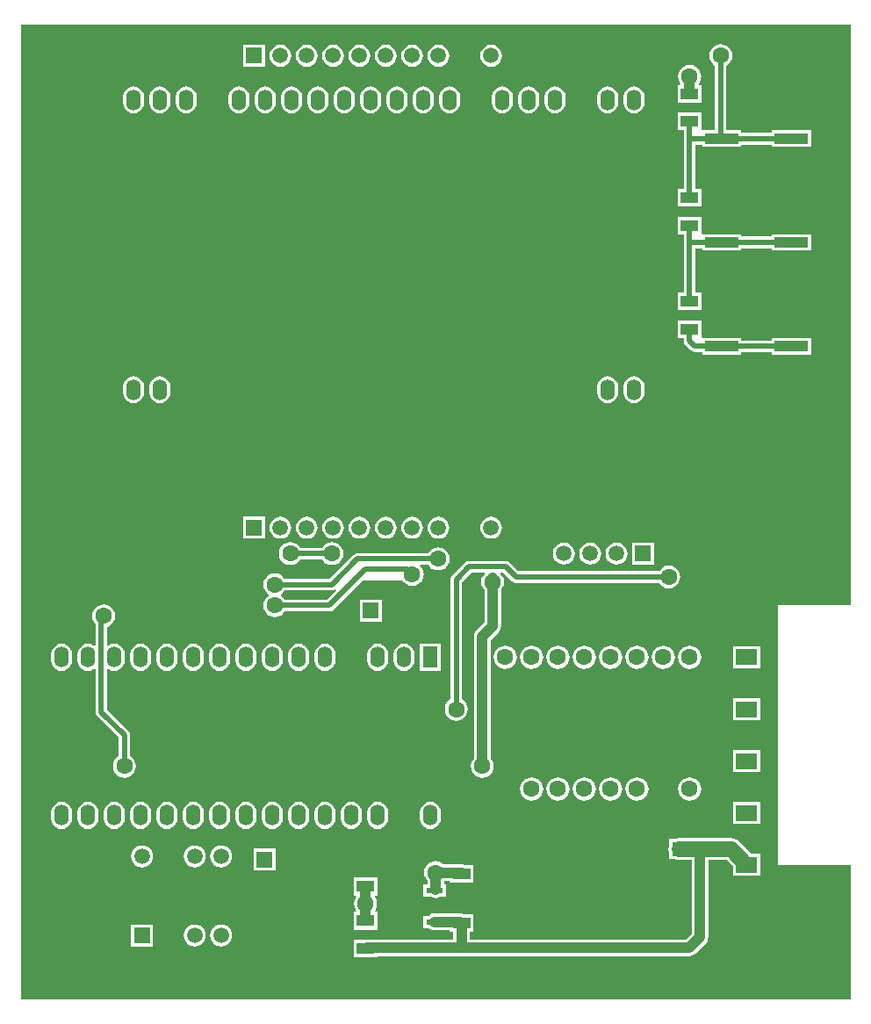
<source format=gtl>
G04 Layer_Physical_Order=1*
G04 Layer_Color=255*
%FSLAX25Y25*%
%MOIN*%
G70*
G01*
G75*
%ADD10R,0.06693X0.04331*%
%ADD11R,0.12598X0.03937*%
G04:AMPARAMS|DCode=12|XSize=78.74mil|YSize=133.86mil|CornerRadius=0mil|HoleSize=0mil|Usage=FLASHONLY|Rotation=270.000|XOffset=0mil|YOffset=0mil|HoleType=Round|Shape=Octagon|*
%AMOCTAGOND12*
4,1,8,0.06693,0.01969,0.06693,-0.01969,0.04724,-0.03937,-0.04724,-0.03937,-0.06693,-0.01969,-0.06693,0.01969,-0.04724,0.03937,0.04724,0.03937,0.06693,0.01969,0.0*
%
%ADD12OCTAGOND12*%

%ADD13R,0.06299X0.02362*%
%ADD14R,0.07874X0.02756*%
%ADD15C,0.01969*%
%ADD16C,0.03937*%
%ADD17C,0.05906*%
%ADD18C,0.05315*%
%ADD19R,0.05315X0.05315*%
%ADD20C,0.07874*%
%ADD21R,0.05906X0.05906*%
%ADD22C,0.05906*%
%ADD23R,0.05906X0.05906*%
%ADD24R,0.07874X0.07874*%
%ADD25C,0.06299*%
%ADD26R,0.06299X0.06299*%
%ADD27C,0.15748*%
%ADD28O,0.05512X0.07874*%
%ADD29R,0.05512X0.07874*%
%ADD30O,0.05512X0.07874*%
%ADD31R,0.07874X0.05906*%
G36*
X314961Y200787D02*
Y149606D01*
X287402D01*
Y51181D01*
X314961D01*
Y0D01*
X0D01*
Y200787D01*
Y370079D01*
X314961D01*
Y200787D01*
D02*
G37*
%LPC*%
G36*
X65512Y135073D02*
X64484Y134938D01*
X63526Y134541D01*
X62704Y133910D01*
X62073Y133088D01*
X61676Y132130D01*
X61541Y131102D01*
Y128740D01*
X61676Y127712D01*
X62073Y126755D01*
X62704Y125932D01*
X63526Y125301D01*
X64484Y124905D01*
X65512Y124769D01*
X66540Y124905D01*
X67497Y125301D01*
X68320Y125932D01*
X68951Y126755D01*
X69348Y127712D01*
X69483Y128740D01*
Y131102D01*
X69348Y132130D01*
X68951Y133088D01*
X68320Y133910D01*
X67497Y134541D01*
X66540Y134938D01*
X65512Y135073D01*
D02*
G37*
G36*
X55512D02*
X54484Y134938D01*
X53526Y134541D01*
X52704Y133910D01*
X52073Y133088D01*
X51676Y132130D01*
X51541Y131102D01*
Y128740D01*
X51676Y127712D01*
X52073Y126755D01*
X52704Y125932D01*
X53526Y125301D01*
X54484Y124905D01*
X55512Y124769D01*
X56540Y124905D01*
X57497Y125301D01*
X58320Y125932D01*
X58951Y126755D01*
X59347Y127712D01*
X59483Y128740D01*
Y131102D01*
X59347Y132130D01*
X58951Y133088D01*
X58320Y133910D01*
X57497Y134541D01*
X56540Y134938D01*
X55512Y135073D01*
D02*
G37*
G36*
X45512D02*
X44484Y134938D01*
X43526Y134541D01*
X42704Y133910D01*
X42073Y133088D01*
X41676Y132130D01*
X41541Y131102D01*
Y128740D01*
X41676Y127712D01*
X42073Y126755D01*
X42704Y125932D01*
X43526Y125301D01*
X44484Y124905D01*
X45512Y124769D01*
X46540Y124905D01*
X47497Y125301D01*
X48320Y125932D01*
X48951Y126755D01*
X49347Y127712D01*
X49483Y128740D01*
Y131102D01*
X49347Y132130D01*
X48951Y133088D01*
X48320Y133910D01*
X47497Y134541D01*
X46540Y134938D01*
X45512Y135073D01*
D02*
G37*
G36*
X95512D02*
X94484Y134938D01*
X93526Y134541D01*
X92704Y133910D01*
X92073Y133088D01*
X91676Y132130D01*
X91541Y131102D01*
Y128740D01*
X91676Y127712D01*
X92073Y126755D01*
X92704Y125932D01*
X93526Y125301D01*
X94484Y124905D01*
X95512Y124769D01*
X96540Y124905D01*
X97497Y125301D01*
X98320Y125932D01*
X98951Y126755D01*
X99348Y127712D01*
X99483Y128740D01*
Y131102D01*
X99348Y132130D01*
X98951Y133088D01*
X98320Y133910D01*
X97497Y134541D01*
X96540Y134938D01*
X95512Y135073D01*
D02*
G37*
G36*
X85512D02*
X84484Y134938D01*
X83526Y134541D01*
X82704Y133910D01*
X82073Y133088D01*
X81676Y132130D01*
X81541Y131102D01*
Y128740D01*
X81676Y127712D01*
X82073Y126755D01*
X82704Y125932D01*
X83526Y125301D01*
X84484Y124905D01*
X85512Y124769D01*
X86540Y124905D01*
X87497Y125301D01*
X88320Y125932D01*
X88951Y126755D01*
X89347Y127712D01*
X89483Y128740D01*
Y131102D01*
X89347Y132130D01*
X88951Y133088D01*
X88320Y133910D01*
X87497Y134541D01*
X86540Y134938D01*
X85512Y135073D01*
D02*
G37*
G36*
X75512D02*
X74484Y134938D01*
X73526Y134541D01*
X72704Y133910D01*
X72073Y133088D01*
X71676Y132130D01*
X71541Y131102D01*
Y128740D01*
X71676Y127712D01*
X72073Y126755D01*
X72704Y125932D01*
X73526Y125301D01*
X74484Y124905D01*
X75512Y124769D01*
X76540Y124905D01*
X77497Y125301D01*
X78320Y125932D01*
X78951Y126755D01*
X79347Y127712D01*
X79483Y128740D01*
Y131102D01*
X79347Y132130D01*
X78951Y133088D01*
X78320Y133910D01*
X77497Y134541D01*
X76540Y134938D01*
X75512Y135073D01*
D02*
G37*
G36*
X15512D02*
X14484Y134938D01*
X13526Y134541D01*
X12704Y133910D01*
X12073Y133088D01*
X11676Y132130D01*
X11541Y131102D01*
Y128740D01*
X11676Y127712D01*
X12073Y126755D01*
X12704Y125932D01*
X13526Y125301D01*
X14484Y124905D01*
X15512Y124769D01*
X16540Y124905D01*
X17497Y125301D01*
X18320Y125932D01*
X18951Y126755D01*
X19347Y127712D01*
X19483Y128740D01*
Y131102D01*
X19347Y132130D01*
X18951Y133088D01*
X18320Y133910D01*
X17497Y134541D01*
X16540Y134938D01*
X15512Y135073D01*
D02*
G37*
G36*
X233937Y84289D02*
X232806Y84140D01*
X231753Y83704D01*
X230848Y83010D01*
X230154Y82105D01*
X229718Y81052D01*
X229569Y79921D01*
X229718Y78791D01*
X230154Y77737D01*
X230848Y76833D01*
X231753Y76138D01*
X232806Y75702D01*
X233937Y75553D01*
X235068Y75702D01*
X236121Y76138D01*
X237026Y76833D01*
X237720Y77737D01*
X238156Y78791D01*
X238305Y79921D01*
X238156Y81052D01*
X237720Y82105D01*
X237026Y83010D01*
X236121Y83704D01*
X235068Y84140D01*
X233937Y84289D01*
D02*
G37*
G36*
X223937D02*
X222807Y84140D01*
X221753Y83704D01*
X220848Y83010D01*
X220154Y82105D01*
X219718Y81052D01*
X219569Y79921D01*
X219718Y78791D01*
X220154Y77737D01*
X220848Y76833D01*
X221753Y76138D01*
X222807Y75702D01*
X223937Y75553D01*
X225067Y75702D01*
X226121Y76138D01*
X227026Y76833D01*
X227720Y77737D01*
X228156Y78791D01*
X228305Y79921D01*
X228156Y81052D01*
X227720Y82105D01*
X227026Y83010D01*
X226121Y83704D01*
X225067Y84140D01*
X223937Y84289D01*
D02*
G37*
G36*
X213937D02*
X212807Y84140D01*
X211753Y83704D01*
X210848Y83010D01*
X210154Y82105D01*
X209718Y81052D01*
X209569Y79921D01*
X209718Y78791D01*
X210154Y77737D01*
X210848Y76833D01*
X211753Y76138D01*
X212807Y75702D01*
X213937Y75553D01*
X215068Y75702D01*
X216121Y76138D01*
X217026Y76833D01*
X217720Y77737D01*
X218156Y78791D01*
X218305Y79921D01*
X218156Y81052D01*
X217720Y82105D01*
X217026Y83010D01*
X216121Y83704D01*
X215068Y84140D01*
X213937Y84289D01*
D02*
G37*
G36*
X280709Y114370D02*
X270472D01*
Y106102D01*
X280709D01*
Y114370D01*
D02*
G37*
G36*
Y94685D02*
X270472D01*
Y86417D01*
X280709D01*
Y94685D01*
D02*
G37*
G36*
X253937Y84289D02*
X252806Y84140D01*
X251753Y83704D01*
X250848Y83010D01*
X250154Y82105D01*
X249718Y81052D01*
X249569Y79921D01*
X249718Y78791D01*
X250154Y77737D01*
X250848Y76833D01*
X251753Y76138D01*
X252806Y75702D01*
X253937Y75553D01*
X255067Y75702D01*
X256121Y76138D01*
X257026Y76833D01*
X257720Y77737D01*
X258156Y78791D01*
X258305Y79921D01*
X258156Y81052D01*
X257720Y82105D01*
X257026Y83010D01*
X256121Y83704D01*
X255067Y84140D01*
X253937Y84289D01*
D02*
G37*
G36*
X223937Y134289D02*
X222807Y134141D01*
X221753Y133704D01*
X220848Y133010D01*
X220154Y132105D01*
X219718Y131052D01*
X219569Y129921D01*
X219718Y128791D01*
X220154Y127737D01*
X220848Y126833D01*
X221753Y126138D01*
X222807Y125702D01*
X223937Y125553D01*
X225067Y125702D01*
X226121Y126138D01*
X227026Y126833D01*
X227720Y127737D01*
X228156Y128791D01*
X228305Y129921D01*
X228156Y131052D01*
X227720Y132105D01*
X227026Y133010D01*
X226121Y133704D01*
X225067Y134141D01*
X223937Y134289D01*
D02*
G37*
G36*
X213937D02*
X212807Y134141D01*
X211753Y133704D01*
X210848Y133010D01*
X210154Y132105D01*
X209718Y131052D01*
X209569Y129921D01*
X209718Y128791D01*
X210154Y127737D01*
X210848Y126833D01*
X211753Y126138D01*
X212807Y125702D01*
X213937Y125553D01*
X215068Y125702D01*
X216121Y126138D01*
X217026Y126833D01*
X217720Y127737D01*
X218156Y128791D01*
X218305Y129921D01*
X218156Y131052D01*
X217720Y132105D01*
X217026Y133010D01*
X216121Y133704D01*
X215068Y134141D01*
X213937Y134289D01*
D02*
G37*
G36*
X203937D02*
X202806Y134141D01*
X201753Y133704D01*
X200848Y133010D01*
X200154Y132105D01*
X199718Y131052D01*
X199569Y129921D01*
X199718Y128791D01*
X200154Y127737D01*
X200848Y126833D01*
X201753Y126138D01*
X202806Y125702D01*
X203937Y125553D01*
X205067Y125702D01*
X206121Y126138D01*
X207026Y126833D01*
X207720Y127737D01*
X208156Y128791D01*
X208305Y129921D01*
X208156Y131052D01*
X207720Y132105D01*
X207026Y133010D01*
X206121Y133704D01*
X205067Y134141D01*
X203937Y134289D01*
D02*
G37*
G36*
X253937D02*
X252806Y134141D01*
X251753Y133704D01*
X250848Y133010D01*
X250154Y132105D01*
X249718Y131052D01*
X249569Y129921D01*
X249718Y128791D01*
X250154Y127737D01*
X250848Y126833D01*
X251753Y126138D01*
X252806Y125702D01*
X253937Y125553D01*
X255067Y125702D01*
X256121Y126138D01*
X257026Y126833D01*
X257720Y127737D01*
X258156Y128791D01*
X258305Y129921D01*
X258156Y131052D01*
X257720Y132105D01*
X257026Y133010D01*
X256121Y133704D01*
X255067Y134141D01*
X253937Y134289D01*
D02*
G37*
G36*
X243937D02*
X242807Y134141D01*
X241753Y133704D01*
X240848Y133010D01*
X240154Y132105D01*
X239718Y131052D01*
X239569Y129921D01*
X239718Y128791D01*
X240154Y127737D01*
X240848Y126833D01*
X241753Y126138D01*
X242807Y125702D01*
X243937Y125553D01*
X245068Y125702D01*
X246121Y126138D01*
X247026Y126833D01*
X247720Y127737D01*
X248156Y128791D01*
X248305Y129921D01*
X248156Y131052D01*
X247720Y132105D01*
X247026Y133010D01*
X246121Y133704D01*
X245068Y134141D01*
X243937Y134289D01*
D02*
G37*
G36*
X233937D02*
X232806Y134141D01*
X231753Y133704D01*
X230848Y133010D01*
X230154Y132105D01*
X229718Y131052D01*
X229569Y129921D01*
X229718Y128791D01*
X230154Y127737D01*
X230848Y126833D01*
X231753Y126138D01*
X232806Y125702D01*
X233937Y125553D01*
X235068Y125702D01*
X236121Y126138D01*
X237026Y126833D01*
X237720Y127737D01*
X238156Y128791D01*
X238305Y129921D01*
X238156Y131052D01*
X237720Y132105D01*
X237026Y133010D01*
X236121Y133704D01*
X235068Y134141D01*
X233937Y134289D01*
D02*
G37*
G36*
X193937D02*
X192806Y134141D01*
X191753Y133704D01*
X190848Y133010D01*
X190154Y132105D01*
X189718Y131052D01*
X189569Y129921D01*
X189718Y128791D01*
X190154Y127737D01*
X190848Y126833D01*
X191753Y126138D01*
X192806Y125702D01*
X193937Y125553D01*
X195068Y125702D01*
X196121Y126138D01*
X197026Y126833D01*
X197720Y127737D01*
X198156Y128791D01*
X198305Y129921D01*
X198156Y131052D01*
X197720Y132105D01*
X197026Y133010D01*
X196121Y133704D01*
X195068Y134141D01*
X193937Y134289D01*
D02*
G37*
G36*
X135512Y135073D02*
X134484Y134938D01*
X133526Y134541D01*
X132704Y133910D01*
X132073Y133088D01*
X131676Y132130D01*
X131541Y131102D01*
Y128740D01*
X131676Y127712D01*
X132073Y126755D01*
X132704Y125932D01*
X133526Y125301D01*
X134484Y124905D01*
X135512Y124769D01*
X136540Y124905D01*
X137497Y125301D01*
X138320Y125932D01*
X138951Y126755D01*
X139348Y127712D01*
X139483Y128740D01*
Y131102D01*
X139348Y132130D01*
X138951Y133088D01*
X138320Y133910D01*
X137497Y134541D01*
X136540Y134938D01*
X135512Y135073D01*
D02*
G37*
G36*
X115512D02*
X114484Y134938D01*
X113526Y134541D01*
X112704Y133910D01*
X112073Y133088D01*
X111676Y132130D01*
X111541Y131102D01*
Y128740D01*
X111676Y127712D01*
X112073Y126755D01*
X112704Y125932D01*
X113526Y125301D01*
X114484Y124905D01*
X115512Y124769D01*
X116540Y124905D01*
X117497Y125301D01*
X118320Y125932D01*
X118951Y126755D01*
X119348Y127712D01*
X119483Y128740D01*
Y131102D01*
X119348Y132130D01*
X118951Y133088D01*
X118320Y133910D01*
X117497Y134541D01*
X116540Y134938D01*
X115512Y135073D01*
D02*
G37*
G36*
X105512D02*
X104484Y134938D01*
X103526Y134541D01*
X102704Y133910D01*
X102073Y133088D01*
X101676Y132130D01*
X101541Y131102D01*
Y128740D01*
X101676Y127712D01*
X102073Y126755D01*
X102704Y125932D01*
X103526Y125301D01*
X104484Y124905D01*
X105512Y124769D01*
X106540Y124905D01*
X107497Y125301D01*
X108320Y125932D01*
X108951Y126755D01*
X109347Y127712D01*
X109483Y128740D01*
Y131102D01*
X109347Y132130D01*
X108951Y133088D01*
X108320Y133910D01*
X107497Y134541D01*
X106540Y134938D01*
X105512Y135073D01*
D02*
G37*
G36*
X183937Y134289D02*
X182807Y134141D01*
X181753Y133704D01*
X180848Y133010D01*
X180154Y132105D01*
X179718Y131052D01*
X179569Y129921D01*
X179718Y128791D01*
X180154Y127737D01*
X180848Y126833D01*
X181753Y126138D01*
X182807Y125702D01*
X183937Y125553D01*
X185068Y125702D01*
X186121Y126138D01*
X187026Y126833D01*
X187720Y127737D01*
X188156Y128791D01*
X188305Y129921D01*
X188156Y131052D01*
X187720Y132105D01*
X187026Y133010D01*
X186121Y133704D01*
X185068Y134141D01*
X183937Y134289D01*
D02*
G37*
G36*
X159449Y135039D02*
X151575D01*
Y124803D01*
X159449D01*
Y135039D01*
D02*
G37*
G36*
X145512Y135073D02*
X144484Y134938D01*
X143526Y134541D01*
X142704Y133910D01*
X142073Y133088D01*
X141676Y132130D01*
X141541Y131102D01*
Y128740D01*
X141676Y127712D01*
X142073Y126755D01*
X142704Y125932D01*
X143526Y125301D01*
X144484Y124905D01*
X145512Y124769D01*
X146540Y124905D01*
X147497Y125301D01*
X148320Y125932D01*
X148951Y126755D01*
X149347Y127712D01*
X149483Y128740D01*
Y131102D01*
X149347Y132130D01*
X148951Y133088D01*
X148320Y133910D01*
X147497Y134541D01*
X146540Y134938D01*
X145512Y135073D01*
D02*
G37*
G36*
X203937Y84289D02*
X202806Y84140D01*
X201753Y83704D01*
X200848Y83010D01*
X200154Y82105D01*
X199718Y81052D01*
X199569Y79921D01*
X199718Y78791D01*
X200154Y77737D01*
X200848Y76833D01*
X201753Y76138D01*
X202806Y75702D01*
X203937Y75553D01*
X205067Y75702D01*
X206121Y76138D01*
X207026Y76833D01*
X207720Y77737D01*
X208156Y78791D01*
X208305Y79921D01*
X208156Y81052D01*
X207720Y82105D01*
X207026Y83010D01*
X206121Y83704D01*
X205067Y84140D01*
X203937Y84289D01*
D02*
G37*
G36*
X76024Y58540D02*
X74945Y58398D01*
X73939Y57981D01*
X73075Y57318D01*
X72413Y56455D01*
X71996Y55449D01*
X71854Y54370D01*
X71996Y53291D01*
X72413Y52285D01*
X73075Y51422D01*
X73939Y50759D01*
X74945Y50343D01*
X76024Y50200D01*
X77103Y50343D01*
X78108Y50759D01*
X78972Y51422D01*
X79634Y52285D01*
X80051Y53291D01*
X80193Y54370D01*
X80051Y55449D01*
X79634Y56455D01*
X78972Y57318D01*
X78108Y57981D01*
X77103Y58398D01*
X76024Y58540D01*
D02*
G37*
G36*
X66024D02*
X64944Y58398D01*
X63939Y57981D01*
X63075Y57318D01*
X62413Y56455D01*
X61996Y55449D01*
X61854Y54370D01*
X61996Y53291D01*
X62413Y52285D01*
X63075Y51422D01*
X63939Y50759D01*
X64944Y50343D01*
X66024Y50200D01*
X67103Y50343D01*
X68108Y50759D01*
X68972Y51422D01*
X69634Y52285D01*
X70051Y53291D01*
X70193Y54370D01*
X70051Y55449D01*
X69634Y56455D01*
X68972Y57318D01*
X68108Y57981D01*
X67103Y58398D01*
X66024Y58540D01*
D02*
G37*
G36*
X46024D02*
X44945Y58398D01*
X43939Y57981D01*
X43075Y57318D01*
X42413Y56455D01*
X41996Y55449D01*
X41854Y54370D01*
X41996Y53291D01*
X42413Y52285D01*
X43075Y51422D01*
X43939Y50759D01*
X44945Y50343D01*
X46024Y50200D01*
X47103Y50343D01*
X48108Y50759D01*
X48972Y51422D01*
X49635Y52285D01*
X50051Y53291D01*
X50193Y54370D01*
X50051Y55449D01*
X49635Y56455D01*
X48972Y57318D01*
X48108Y57981D01*
X47103Y58398D01*
X46024Y58540D01*
D02*
G37*
G36*
X35512Y75073D02*
X34484Y74938D01*
X33526Y74541D01*
X32704Y73910D01*
X32073Y73088D01*
X31676Y72130D01*
X31541Y71102D01*
Y68740D01*
X31676Y67712D01*
X32073Y66755D01*
X32704Y65932D01*
X33526Y65301D01*
X34484Y64904D01*
X35512Y64769D01*
X36540Y64904D01*
X37497Y65301D01*
X38320Y65932D01*
X38951Y66755D01*
X39347Y67712D01*
X39483Y68740D01*
Y71102D01*
X39347Y72130D01*
X38951Y73088D01*
X38320Y73910D01*
X37497Y74541D01*
X36540Y74938D01*
X35512Y75073D01*
D02*
G37*
G36*
X25512D02*
X24484Y74938D01*
X23526Y74541D01*
X22704Y73910D01*
X22073Y73088D01*
X21676Y72130D01*
X21541Y71102D01*
Y68740D01*
X21676Y67712D01*
X22073Y66755D01*
X22704Y65932D01*
X23526Y65301D01*
X24484Y64904D01*
X25512Y64769D01*
X26540Y64904D01*
X27497Y65301D01*
X28320Y65932D01*
X28951Y66755D01*
X29348Y67712D01*
X29483Y68740D01*
Y71102D01*
X29348Y72130D01*
X28951Y73088D01*
X28320Y73910D01*
X27497Y74541D01*
X26540Y74938D01*
X25512Y75073D01*
D02*
G37*
G36*
X15512D02*
X14484Y74938D01*
X13526Y74541D01*
X12704Y73910D01*
X12073Y73088D01*
X11676Y72130D01*
X11541Y71102D01*
Y68740D01*
X11676Y67712D01*
X12073Y66755D01*
X12704Y65932D01*
X13526Y65301D01*
X14484Y64904D01*
X15512Y64769D01*
X16540Y64904D01*
X17497Y65301D01*
X18320Y65932D01*
X18951Y66755D01*
X19347Y67712D01*
X19483Y68740D01*
Y71102D01*
X19347Y72130D01*
X18951Y73088D01*
X18320Y73910D01*
X17497Y74541D01*
X16540Y74938D01*
X15512Y75073D01*
D02*
G37*
G36*
X96653Y57284D02*
X88386D01*
Y49016D01*
X96653D01*
Y57284D01*
D02*
G37*
G36*
X50157Y28504D02*
X41890D01*
Y20236D01*
X50157D01*
Y28504D01*
D02*
G37*
G36*
X76024Y28540D02*
X74945Y28398D01*
X73939Y27981D01*
X73075Y27318D01*
X72413Y26455D01*
X71996Y25449D01*
X71854Y24370D01*
X71996Y23291D01*
X72413Y22285D01*
X73075Y21422D01*
X73939Y20759D01*
X74945Y20343D01*
X76024Y20201D01*
X77103Y20343D01*
X78108Y20759D01*
X78972Y21422D01*
X79634Y22285D01*
X80051Y23291D01*
X80193Y24370D01*
X80051Y25449D01*
X79634Y26455D01*
X78972Y27318D01*
X78108Y27981D01*
X77103Y28398D01*
X76024Y28540D01*
D02*
G37*
G36*
X66024D02*
X64944Y28398D01*
X63939Y27981D01*
X63075Y27318D01*
X62413Y26455D01*
X61996Y25449D01*
X61854Y24370D01*
X61996Y23291D01*
X62413Y22285D01*
X63075Y21422D01*
X63939Y20759D01*
X64944Y20343D01*
X66024Y20201D01*
X67103Y20343D01*
X68108Y20759D01*
X68972Y21422D01*
X69634Y22285D01*
X70051Y23291D01*
X70193Y24370D01*
X70051Y25449D01*
X69634Y26455D01*
X68972Y27318D01*
X68108Y27981D01*
X67103Y28398D01*
X66024Y28540D01*
D02*
G37*
G36*
X269685Y61256D02*
X269685Y61256D01*
X250000D01*
X248921Y61114D01*
X248465Y60925D01*
X246161D01*
Y58622D01*
X245973Y58166D01*
X245830Y57087D01*
X245973Y56007D01*
X246161Y55551D01*
Y53248D01*
X248465D01*
X248921Y53059D01*
X250000Y52917D01*
X254697D01*
Y24938D01*
X252621Y22862D01*
X170500D01*
Y25787D01*
X171850D01*
Y32480D01*
X168031D01*
X167751Y32596D01*
X166929Y32704D01*
X157087D01*
X156264Y32596D01*
X155498Y32279D01*
X154991Y31890D01*
X152756D01*
Y27165D01*
X154991D01*
X155498Y26776D01*
X156264Y26459D01*
X157087Y26351D01*
X162795D01*
Y25787D01*
X164146D01*
Y22862D01*
X131496D01*
X130674Y22754D01*
X130394Y22638D01*
X126378D01*
Y15945D01*
X135433D01*
Y16508D01*
X253937D01*
X254759Y16616D01*
X255525Y16934D01*
X256183Y17439D01*
X260120Y21376D01*
X260625Y22034D01*
X260943Y22800D01*
X261051Y23622D01*
Y52917D01*
X267958D01*
X270472Y50403D01*
Y47047D01*
X275320D01*
X275590Y47012D01*
X275862Y47047D01*
X280709D01*
Y55315D01*
X277353D01*
X272633Y60035D01*
X271770Y60698D01*
X270764Y61114D01*
X269685Y61256D01*
D02*
G37*
G36*
X157480Y52596D02*
X156350Y52448D01*
X155296Y52011D01*
X154392Y51317D01*
X153698Y50412D01*
X153261Y49359D01*
X153112Y48228D01*
X153261Y47098D01*
X153698Y46044D01*
X154304Y45254D01*
Y43701D01*
X152756D01*
Y38976D01*
X155903D01*
X156658Y38664D01*
X157480Y38555D01*
X158302Y38664D01*
X159057Y38976D01*
X161417D01*
Y43701D01*
X160657D01*
Y45052D01*
X162795D01*
Y44488D01*
X171850D01*
Y51181D01*
X168425D01*
X168145Y51297D01*
X167323Y51405D01*
X160454D01*
X159664Y52011D01*
X158611Y52448D01*
X157480Y52596D01*
D02*
G37*
G36*
X135433Y46260D02*
X126378D01*
Y39567D01*
X127233D01*
X127480Y39067D01*
X127123Y38601D01*
X126686Y37548D01*
X126537Y36417D01*
X126686Y35287D01*
X127123Y34233D01*
X127480Y33768D01*
X127233Y33268D01*
X126378D01*
Y26575D01*
X135433D01*
Y33268D01*
X134578D01*
X134331Y33768D01*
X134688Y34233D01*
X135125Y35287D01*
X135274Y36417D01*
X135125Y37548D01*
X134688Y38601D01*
X134331Y39067D01*
X134578Y39567D01*
X135433D01*
Y46260D01*
D02*
G37*
G36*
X135512Y75073D02*
X134484Y74938D01*
X133526Y74541D01*
X132704Y73910D01*
X132073Y73088D01*
X131676Y72130D01*
X131541Y71102D01*
Y68740D01*
X131676Y67712D01*
X132073Y66755D01*
X132704Y65932D01*
X133526Y65301D01*
X134484Y64904D01*
X135512Y64769D01*
X136540Y64904D01*
X137497Y65301D01*
X138320Y65932D01*
X138951Y66755D01*
X139348Y67712D01*
X139483Y68740D01*
Y71102D01*
X139348Y72130D01*
X138951Y73088D01*
X138320Y73910D01*
X137497Y74541D01*
X136540Y74938D01*
X135512Y75073D01*
D02*
G37*
G36*
X125512D02*
X124484Y74938D01*
X123526Y74541D01*
X122704Y73910D01*
X122073Y73088D01*
X121676Y72130D01*
X121541Y71102D01*
Y68740D01*
X121676Y67712D01*
X122073Y66755D01*
X122704Y65932D01*
X123526Y65301D01*
X124484Y64904D01*
X125512Y64769D01*
X126540Y64904D01*
X127497Y65301D01*
X128320Y65932D01*
X128951Y66755D01*
X129348Y67712D01*
X129483Y68740D01*
Y71102D01*
X129348Y72130D01*
X128951Y73088D01*
X128320Y73910D01*
X127497Y74541D01*
X126540Y74938D01*
X125512Y75073D01*
D02*
G37*
G36*
X115512D02*
X114484Y74938D01*
X113526Y74541D01*
X112704Y73910D01*
X112073Y73088D01*
X111676Y72130D01*
X111541Y71102D01*
Y68740D01*
X111676Y67712D01*
X112073Y66755D01*
X112704Y65932D01*
X113526Y65301D01*
X114484Y64904D01*
X115512Y64769D01*
X116540Y64904D01*
X117497Y65301D01*
X118320Y65932D01*
X118951Y66755D01*
X119348Y67712D01*
X119483Y68740D01*
Y71102D01*
X119348Y72130D01*
X118951Y73088D01*
X118320Y73910D01*
X117497Y74541D01*
X116540Y74938D01*
X115512Y75073D01*
D02*
G37*
G36*
X193937Y84289D02*
X192806Y84140D01*
X191753Y83704D01*
X190848Y83010D01*
X190154Y82105D01*
X189718Y81052D01*
X189569Y79921D01*
X189718Y78791D01*
X190154Y77737D01*
X190848Y76833D01*
X191753Y76138D01*
X192806Y75702D01*
X193937Y75553D01*
X195068Y75702D01*
X196121Y76138D01*
X197026Y76833D01*
X197720Y77737D01*
X198156Y78791D01*
X198305Y79921D01*
X198156Y81052D01*
X197720Y82105D01*
X197026Y83010D01*
X196121Y83704D01*
X195068Y84140D01*
X193937Y84289D01*
D02*
G37*
G36*
X280709Y75000D02*
X270472D01*
Y66732D01*
X280709D01*
Y75000D01*
D02*
G37*
G36*
X155512Y75073D02*
X154484Y74938D01*
X153526Y74541D01*
X152704Y73910D01*
X152073Y73088D01*
X151676Y72130D01*
X151541Y71102D01*
Y68740D01*
X151676Y67712D01*
X152073Y66755D01*
X152704Y65932D01*
X153526Y65301D01*
X154484Y64904D01*
X155512Y64769D01*
X156540Y64904D01*
X157497Y65301D01*
X158320Y65932D01*
X158951Y66755D01*
X159347Y67712D01*
X159483Y68740D01*
Y71102D01*
X159347Y72130D01*
X158951Y73088D01*
X158320Y73910D01*
X157497Y74541D01*
X156540Y74938D01*
X155512Y75073D01*
D02*
G37*
G36*
X105512D02*
X104484Y74938D01*
X103526Y74541D01*
X102704Y73910D01*
X102073Y73088D01*
X101676Y72130D01*
X101541Y71102D01*
Y68740D01*
X101676Y67712D01*
X102073Y66755D01*
X102704Y65932D01*
X103526Y65301D01*
X104484Y64904D01*
X105512Y64769D01*
X106540Y64904D01*
X107497Y65301D01*
X108320Y65932D01*
X108951Y66755D01*
X109347Y67712D01*
X109483Y68740D01*
Y71102D01*
X109347Y72130D01*
X108951Y73088D01*
X108320Y73910D01*
X107497Y74541D01*
X106540Y74938D01*
X105512Y75073D01*
D02*
G37*
G36*
X65512D02*
X64484Y74938D01*
X63526Y74541D01*
X62704Y73910D01*
X62073Y73088D01*
X61676Y72130D01*
X61541Y71102D01*
Y68740D01*
X61676Y67712D01*
X62073Y66755D01*
X62704Y65932D01*
X63526Y65301D01*
X64484Y64904D01*
X65512Y64769D01*
X66540Y64904D01*
X67497Y65301D01*
X68320Y65932D01*
X68951Y66755D01*
X69348Y67712D01*
X69483Y68740D01*
Y71102D01*
X69348Y72130D01*
X68951Y73088D01*
X68320Y73910D01*
X67497Y74541D01*
X66540Y74938D01*
X65512Y75073D01*
D02*
G37*
G36*
X55512D02*
X54484Y74938D01*
X53526Y74541D01*
X52704Y73910D01*
X52073Y73088D01*
X51676Y72130D01*
X51541Y71102D01*
Y68740D01*
X51676Y67712D01*
X52073Y66755D01*
X52704Y65932D01*
X53526Y65301D01*
X54484Y64904D01*
X55512Y64769D01*
X56540Y64904D01*
X57497Y65301D01*
X58320Y65932D01*
X58951Y66755D01*
X59347Y67712D01*
X59483Y68740D01*
Y71102D01*
X59347Y72130D01*
X58951Y73088D01*
X58320Y73910D01*
X57497Y74541D01*
X56540Y74938D01*
X55512Y75073D01*
D02*
G37*
G36*
X45512D02*
X44484Y74938D01*
X43526Y74541D01*
X42704Y73910D01*
X42073Y73088D01*
X41676Y72130D01*
X41541Y71102D01*
Y68740D01*
X41676Y67712D01*
X42073Y66755D01*
X42704Y65932D01*
X43526Y65301D01*
X44484Y64904D01*
X45512Y64769D01*
X46540Y64904D01*
X47497Y65301D01*
X48320Y65932D01*
X48951Y66755D01*
X49347Y67712D01*
X49483Y68740D01*
Y71102D01*
X49347Y72130D01*
X48951Y73088D01*
X48320Y73910D01*
X47497Y74541D01*
X46540Y74938D01*
X45512Y75073D01*
D02*
G37*
G36*
X95512D02*
X94484Y74938D01*
X93526Y74541D01*
X92704Y73910D01*
X92073Y73088D01*
X91676Y72130D01*
X91541Y71102D01*
Y68740D01*
X91676Y67712D01*
X92073Y66755D01*
X92704Y65932D01*
X93526Y65301D01*
X94484Y64904D01*
X95512Y64769D01*
X96540Y64904D01*
X97497Y65301D01*
X98320Y65932D01*
X98951Y66755D01*
X99348Y67712D01*
X99483Y68740D01*
Y71102D01*
X99348Y72130D01*
X98951Y73088D01*
X98320Y73910D01*
X97497Y74541D01*
X96540Y74938D01*
X95512Y75073D01*
D02*
G37*
G36*
X85512D02*
X84484Y74938D01*
X83526Y74541D01*
X82704Y73910D01*
X82073Y73088D01*
X81676Y72130D01*
X81541Y71102D01*
Y68740D01*
X81676Y67712D01*
X82073Y66755D01*
X82704Y65932D01*
X83526Y65301D01*
X84484Y64904D01*
X85512Y64769D01*
X86540Y64904D01*
X87497Y65301D01*
X88320Y65932D01*
X88951Y66755D01*
X89347Y67712D01*
X89483Y68740D01*
Y71102D01*
X89347Y72130D01*
X88951Y73088D01*
X88320Y73910D01*
X87497Y74541D01*
X86540Y74938D01*
X85512Y75073D01*
D02*
G37*
G36*
X75512D02*
X74484Y74938D01*
X73526Y74541D01*
X72704Y73910D01*
X72073Y73088D01*
X71676Y72130D01*
X71541Y71102D01*
Y68740D01*
X71676Y67712D01*
X72073Y66755D01*
X72704Y65932D01*
X73526Y65301D01*
X74484Y64904D01*
X75512Y64769D01*
X76540Y64904D01*
X77497Y65301D01*
X78320Y65932D01*
X78951Y66755D01*
X79347Y67712D01*
X79483Y68740D01*
Y71102D01*
X79347Y72130D01*
X78951Y73088D01*
X78320Y73910D01*
X77497Y74541D01*
X76540Y74938D01*
X75512Y75073D01*
D02*
G37*
G36*
X142795Y346688D02*
X141768Y346552D01*
X140810Y346156D01*
X139987Y345524D01*
X139356Y344702D01*
X138960Y343744D01*
X138824Y342717D01*
Y340354D01*
X138960Y339327D01*
X139356Y338369D01*
X139987Y337546D01*
X140810Y336915D01*
X141768Y336519D01*
X142795Y336383D01*
X143823Y336519D01*
X144781Y336915D01*
X145603Y337546D01*
X146234Y338369D01*
X146631Y339327D01*
X146766Y340354D01*
Y342717D01*
X146631Y343744D01*
X146234Y344702D01*
X145603Y345524D01*
X144781Y346156D01*
X143823Y346552D01*
X142795Y346688D01*
D02*
G37*
G36*
X132795D02*
X131767Y346552D01*
X130810Y346156D01*
X129987Y345524D01*
X129356Y344702D01*
X128960Y343744D01*
X128824Y342717D01*
Y340354D01*
X128960Y339327D01*
X129356Y338369D01*
X129987Y337546D01*
X130810Y336915D01*
X131767Y336519D01*
X132795Y336383D01*
X133823Y336519D01*
X134781Y336915D01*
X135603Y337546D01*
X136234Y338369D01*
X136631Y339327D01*
X136766Y340354D01*
Y342717D01*
X136631Y343744D01*
X136234Y344702D01*
X135603Y345524D01*
X134781Y346156D01*
X133823Y346552D01*
X132795Y346688D01*
D02*
G37*
G36*
X122795D02*
X121767Y346552D01*
X120810Y346156D01*
X119987Y345524D01*
X119356Y344702D01*
X118960Y343744D01*
X118824Y342717D01*
Y340354D01*
X118960Y339327D01*
X119356Y338369D01*
X119987Y337546D01*
X120810Y336915D01*
X121767Y336519D01*
X122795Y336383D01*
X123823Y336519D01*
X124781Y336915D01*
X125603Y337546D01*
X126234Y338369D01*
X126631Y339327D01*
X126766Y340354D01*
Y342717D01*
X126631Y343744D01*
X126234Y344702D01*
X125603Y345524D01*
X124781Y346156D01*
X123823Y346552D01*
X122795Y346688D01*
D02*
G37*
G36*
X182795D02*
X181767Y346552D01*
X180810Y346156D01*
X179987Y345524D01*
X179356Y344702D01*
X178960Y343744D01*
X178824Y342717D01*
Y340354D01*
X178960Y339327D01*
X179356Y338369D01*
X179987Y337546D01*
X180810Y336915D01*
X181767Y336519D01*
X182795Y336383D01*
X183823Y336519D01*
X184781Y336915D01*
X185603Y337546D01*
X186234Y338369D01*
X186631Y339327D01*
X186766Y340354D01*
Y342717D01*
X186631Y343744D01*
X186234Y344702D01*
X185603Y345524D01*
X184781Y346156D01*
X183823Y346552D01*
X182795Y346688D01*
D02*
G37*
G36*
X162795D02*
X161767Y346552D01*
X160810Y346156D01*
X159987Y345524D01*
X159356Y344702D01*
X158960Y343744D01*
X158824Y342717D01*
Y340354D01*
X158960Y339327D01*
X159356Y338369D01*
X159987Y337546D01*
X160810Y336915D01*
X161767Y336519D01*
X162795Y336383D01*
X163823Y336519D01*
X164781Y336915D01*
X165603Y337546D01*
X166234Y338369D01*
X166631Y339327D01*
X166766Y340354D01*
Y342717D01*
X166631Y343744D01*
X166234Y344702D01*
X165603Y345524D01*
X164781Y346156D01*
X163823Y346552D01*
X162795Y346688D01*
D02*
G37*
G36*
X152795D02*
X151768Y346552D01*
X150810Y346156D01*
X149987Y345524D01*
X149356Y344702D01*
X148960Y343744D01*
X148824Y342717D01*
Y340354D01*
X148960Y339327D01*
X149356Y338369D01*
X149987Y337546D01*
X150810Y336915D01*
X151768Y336519D01*
X152795Y336383D01*
X153823Y336519D01*
X154781Y336915D01*
X155603Y337546D01*
X156234Y338369D01*
X156631Y339327D01*
X156766Y340354D01*
Y342717D01*
X156631Y343744D01*
X156234Y344702D01*
X155603Y345524D01*
X154781Y346156D01*
X153823Y346552D01*
X152795Y346688D01*
D02*
G37*
G36*
X112795D02*
X111767Y346552D01*
X110810Y346156D01*
X109987Y345524D01*
X109356Y344702D01*
X108960Y343744D01*
X108824Y342717D01*
Y340354D01*
X108960Y339327D01*
X109356Y338369D01*
X109987Y337546D01*
X110810Y336915D01*
X111767Y336519D01*
X112795Y336383D01*
X113823Y336519D01*
X114781Y336915D01*
X115603Y337546D01*
X116234Y338369D01*
X116631Y339327D01*
X116766Y340354D01*
Y342717D01*
X116631Y343744D01*
X116234Y344702D01*
X115603Y345524D01*
X114781Y346156D01*
X113823Y346552D01*
X112795Y346688D01*
D02*
G37*
G36*
X62795D02*
X61768Y346552D01*
X60810Y346156D01*
X59987Y345524D01*
X59356Y344702D01*
X58960Y343744D01*
X58824Y342717D01*
Y340354D01*
X58960Y339327D01*
X59356Y338369D01*
X59987Y337546D01*
X60810Y336915D01*
X61768Y336519D01*
X62795Y336383D01*
X63823Y336519D01*
X64781Y336915D01*
X65603Y337546D01*
X66234Y338369D01*
X66631Y339327D01*
X66766Y340354D01*
Y342717D01*
X66631Y343744D01*
X66234Y344702D01*
X65603Y345524D01*
X64781Y346156D01*
X63823Y346552D01*
X62795Y346688D01*
D02*
G37*
G36*
X52795D02*
X51767Y346552D01*
X50810Y346156D01*
X49987Y345524D01*
X49356Y344702D01*
X48960Y343744D01*
X48824Y342717D01*
Y340354D01*
X48960Y339327D01*
X49356Y338369D01*
X49987Y337546D01*
X50810Y336915D01*
X51767Y336519D01*
X52795Y336383D01*
X53823Y336519D01*
X54781Y336915D01*
X55603Y337546D01*
X56234Y338369D01*
X56631Y339327D01*
X56766Y340354D01*
Y342717D01*
X56631Y343744D01*
X56234Y344702D01*
X55603Y345524D01*
X54781Y346156D01*
X53823Y346552D01*
X52795Y346688D01*
D02*
G37*
G36*
X42795D02*
X41767Y346552D01*
X40810Y346156D01*
X39987Y345524D01*
X39356Y344702D01*
X38960Y343744D01*
X38824Y342717D01*
Y340354D01*
X38960Y339327D01*
X39356Y338369D01*
X39987Y337546D01*
X40810Y336915D01*
X41767Y336519D01*
X42795Y336383D01*
X43823Y336519D01*
X44781Y336915D01*
X45603Y337546D01*
X46234Y338369D01*
X46631Y339327D01*
X46766Y340354D01*
Y342717D01*
X46631Y343744D01*
X46234Y344702D01*
X45603Y345524D01*
X44781Y346156D01*
X43823Y346552D01*
X42795Y346688D01*
D02*
G37*
G36*
X102795D02*
X101768Y346552D01*
X100810Y346156D01*
X99987Y345524D01*
X99356Y344702D01*
X98960Y343744D01*
X98824Y342717D01*
Y340354D01*
X98960Y339327D01*
X99356Y338369D01*
X99987Y337546D01*
X100810Y336915D01*
X101768Y336519D01*
X102795Y336383D01*
X103823Y336519D01*
X104781Y336915D01*
X105603Y337546D01*
X106234Y338369D01*
X106631Y339327D01*
X106766Y340354D01*
Y342717D01*
X106631Y343744D01*
X106234Y344702D01*
X105603Y345524D01*
X104781Y346156D01*
X103823Y346552D01*
X102795Y346688D01*
D02*
G37*
G36*
X92795D02*
X91768Y346552D01*
X90810Y346156D01*
X89987Y345524D01*
X89356Y344702D01*
X88960Y343744D01*
X88824Y342717D01*
Y340354D01*
X88960Y339327D01*
X89356Y338369D01*
X89987Y337546D01*
X90810Y336915D01*
X91768Y336519D01*
X92795Y336383D01*
X93823Y336519D01*
X94781Y336915D01*
X95603Y337546D01*
X96234Y338369D01*
X96631Y339327D01*
X96766Y340354D01*
Y342717D01*
X96631Y343744D01*
X96234Y344702D01*
X95603Y345524D01*
X94781Y346156D01*
X93823Y346552D01*
X92795Y346688D01*
D02*
G37*
G36*
X82795D02*
X81767Y346552D01*
X80810Y346156D01*
X79987Y345524D01*
X79356Y344702D01*
X78960Y343744D01*
X78824Y342717D01*
Y340354D01*
X78960Y339327D01*
X79356Y338369D01*
X79987Y337546D01*
X80810Y336915D01*
X81767Y336519D01*
X82795Y336383D01*
X83823Y336519D01*
X84781Y336915D01*
X85603Y337546D01*
X86234Y338369D01*
X86631Y339327D01*
X86766Y340354D01*
Y342717D01*
X86631Y343744D01*
X86234Y344702D01*
X85603Y345524D01*
X84781Y346156D01*
X83823Y346552D01*
X82795Y346688D01*
D02*
G37*
G36*
X192795D02*
X191768Y346552D01*
X190810Y346156D01*
X189987Y345524D01*
X189356Y344702D01*
X188960Y343744D01*
X188824Y342717D01*
Y340354D01*
X188960Y339327D01*
X189356Y338369D01*
X189987Y337546D01*
X190810Y336915D01*
X191768Y336519D01*
X192795Y336383D01*
X193823Y336519D01*
X194781Y336915D01*
X195603Y337546D01*
X196234Y338369D01*
X196631Y339327D01*
X196766Y340354D01*
Y342717D01*
X196631Y343744D01*
X196234Y344702D01*
X195603Y345524D01*
X194781Y346156D01*
X193823Y346552D01*
X192795Y346688D01*
D02*
G37*
G36*
X148583Y362437D02*
X147503Y362295D01*
X146498Y361879D01*
X145634Y361216D01*
X144972Y360352D01*
X144555Y359347D01*
X144413Y358268D01*
X144555Y357189D01*
X144972Y356183D01*
X145634Y355319D01*
X146498Y354657D01*
X147503Y354240D01*
X148583Y354098D01*
X149662Y354240D01*
X150667Y354657D01*
X151531Y355319D01*
X152194Y356183D01*
X152610Y357189D01*
X152752Y358268D01*
X152610Y359347D01*
X152194Y360352D01*
X151531Y361216D01*
X150667Y361879D01*
X149662Y362295D01*
X148583Y362437D01*
D02*
G37*
G36*
X138583D02*
X137504Y362295D01*
X136498Y361879D01*
X135634Y361216D01*
X134972Y360352D01*
X134555Y359347D01*
X134413Y358268D01*
X134555Y357189D01*
X134972Y356183D01*
X135634Y355319D01*
X136498Y354657D01*
X137504Y354240D01*
X138583Y354098D01*
X139662Y354240D01*
X140667Y354657D01*
X141531Y355319D01*
X142194Y356183D01*
X142610Y357189D01*
X142752Y358268D01*
X142610Y359347D01*
X142194Y360352D01*
X141531Y361216D01*
X140667Y361879D01*
X139662Y362295D01*
X138583Y362437D01*
D02*
G37*
G36*
X128583D02*
X127504Y362295D01*
X126498Y361879D01*
X125634Y361216D01*
X124972Y360352D01*
X124555Y359347D01*
X124413Y358268D01*
X124555Y357189D01*
X124972Y356183D01*
X125634Y355319D01*
X126498Y354657D01*
X127504Y354240D01*
X128583Y354098D01*
X129662Y354240D01*
X130667Y354657D01*
X131531Y355319D01*
X132194Y356183D01*
X132610Y357189D01*
X132752Y358268D01*
X132610Y359347D01*
X132194Y360352D01*
X131531Y361216D01*
X130667Y361879D01*
X129662Y362295D01*
X128583Y362437D01*
D02*
G37*
G36*
X92716Y362402D02*
X84449D01*
Y354134D01*
X92716D01*
Y362402D01*
D02*
G37*
G36*
X178583Y362437D02*
X177504Y362295D01*
X176498Y361879D01*
X175634Y361216D01*
X174972Y360352D01*
X174555Y359347D01*
X174413Y358268D01*
X174555Y357189D01*
X174972Y356183D01*
X175634Y355319D01*
X176498Y354657D01*
X177504Y354240D01*
X178583Y354098D01*
X179662Y354240D01*
X180667Y354657D01*
X181531Y355319D01*
X182194Y356183D01*
X182610Y357189D01*
X182752Y358268D01*
X182610Y359347D01*
X182194Y360352D01*
X181531Y361216D01*
X180667Y361879D01*
X179662Y362295D01*
X178583Y362437D01*
D02*
G37*
G36*
X158583D02*
X157503Y362295D01*
X156498Y361879D01*
X155634Y361216D01*
X154972Y360352D01*
X154555Y359347D01*
X154413Y358268D01*
X154555Y357189D01*
X154972Y356183D01*
X155634Y355319D01*
X156498Y354657D01*
X157503Y354240D01*
X158583Y354098D01*
X159662Y354240D01*
X160667Y354657D01*
X161531Y355319D01*
X162194Y356183D01*
X162610Y357189D01*
X162752Y358268D01*
X162610Y359347D01*
X162194Y360352D01*
X161531Y361216D01*
X160667Y361879D01*
X159662Y362295D01*
X158583Y362437D01*
D02*
G37*
G36*
X118583D02*
X117503Y362295D01*
X116498Y361879D01*
X115634Y361216D01*
X114972Y360352D01*
X114555Y359347D01*
X114413Y358268D01*
X114555Y357189D01*
X114972Y356183D01*
X115634Y355319D01*
X116498Y354657D01*
X117503Y354240D01*
X118583Y354098D01*
X119662Y354240D01*
X120667Y354657D01*
X121531Y355319D01*
X122194Y356183D01*
X122610Y357189D01*
X122752Y358268D01*
X122610Y359347D01*
X122194Y360352D01*
X121531Y361216D01*
X120667Y361879D01*
X119662Y362295D01*
X118583Y362437D01*
D02*
G37*
G36*
X232795Y346688D02*
X231768Y346552D01*
X230810Y346156D01*
X229987Y345524D01*
X229356Y344702D01*
X228960Y343744D01*
X228824Y342717D01*
Y340354D01*
X228960Y339327D01*
X229356Y338369D01*
X229987Y337546D01*
X230810Y336915D01*
X231768Y336519D01*
X232795Y336383D01*
X233823Y336519D01*
X234781Y336915D01*
X235603Y337546D01*
X236234Y338369D01*
X236631Y339327D01*
X236766Y340354D01*
Y342717D01*
X236631Y343744D01*
X236234Y344702D01*
X235603Y345524D01*
X234781Y346156D01*
X233823Y346552D01*
X232795Y346688D01*
D02*
G37*
G36*
X222795D02*
X221767Y346552D01*
X220810Y346156D01*
X219987Y345524D01*
X219356Y344702D01*
X218960Y343744D01*
X218824Y342717D01*
Y340354D01*
X218960Y339327D01*
X219356Y338369D01*
X219987Y337546D01*
X220810Y336915D01*
X221767Y336519D01*
X222795Y336383D01*
X223823Y336519D01*
X224781Y336915D01*
X225603Y337546D01*
X226234Y338369D01*
X226631Y339327D01*
X226766Y340354D01*
Y342717D01*
X226631Y343744D01*
X226234Y344702D01*
X225603Y345524D01*
X224781Y346156D01*
X223823Y346552D01*
X222795Y346688D01*
D02*
G37*
G36*
X202795D02*
X201767Y346552D01*
X200810Y346156D01*
X199987Y345524D01*
X199356Y344702D01*
X198960Y343744D01*
X198824Y342717D01*
Y340354D01*
X198960Y339327D01*
X199356Y338369D01*
X199987Y337546D01*
X200810Y336915D01*
X201767Y336519D01*
X202795Y336383D01*
X203823Y336519D01*
X204781Y336915D01*
X205603Y337546D01*
X206234Y338369D01*
X206631Y339327D01*
X206766Y340354D01*
Y342717D01*
X206631Y343744D01*
X206234Y344702D01*
X205603Y345524D01*
X204781Y346156D01*
X203823Y346552D01*
X202795Y346688D01*
D02*
G37*
G36*
X108583Y362437D02*
X107503Y362295D01*
X106498Y361879D01*
X105634Y361216D01*
X104972Y360352D01*
X104555Y359347D01*
X104413Y358268D01*
X104555Y357189D01*
X104972Y356183D01*
X105634Y355319D01*
X106498Y354657D01*
X107503Y354240D01*
X108583Y354098D01*
X109662Y354240D01*
X110667Y354657D01*
X111531Y355319D01*
X112194Y356183D01*
X112610Y357189D01*
X112752Y358268D01*
X112610Y359347D01*
X112194Y360352D01*
X111531Y361216D01*
X110667Y361879D01*
X109662Y362295D01*
X108583Y362437D01*
D02*
G37*
G36*
X98583D02*
X97504Y362295D01*
X96498Y361879D01*
X95634Y361216D01*
X94972Y360352D01*
X94555Y359347D01*
X94413Y358268D01*
X94555Y357189D01*
X94972Y356183D01*
X95634Y355319D01*
X96498Y354657D01*
X97504Y354240D01*
X98583Y354098D01*
X99662Y354240D01*
X100667Y354657D01*
X101531Y355319D01*
X102194Y356183D01*
X102610Y357189D01*
X102752Y358268D01*
X102610Y359347D01*
X102194Y360352D01*
X101531Y361216D01*
X100667Y361879D01*
X99662Y362295D01*
X98583Y362437D01*
D02*
G37*
G36*
X253937Y354762D02*
X252806Y354613D01*
X251753Y354177D01*
X250848Y353482D01*
X250154Y352578D01*
X249718Y351524D01*
X249569Y350394D01*
X249718Y349263D01*
X250154Y348210D01*
X250511Y347744D01*
X250265Y347244D01*
X249410D01*
Y340551D01*
X258465D01*
Y347244D01*
X257609D01*
X257363Y347744D01*
X257720Y348210D01*
X258156Y349263D01*
X258305Y350394D01*
X258156Y351524D01*
X257720Y352578D01*
X257026Y353482D01*
X256121Y354177D01*
X255067Y354613D01*
X253937Y354762D01*
D02*
G37*
G36*
X118110Y173659D02*
X116980Y173511D01*
X115926Y173074D01*
X115022Y172380D01*
X114346Y171499D01*
X106127D01*
X105451Y172380D01*
X104546Y173074D01*
X103493Y173511D01*
X102362Y173659D01*
X101232Y173511D01*
X100178Y173074D01*
X99274Y172380D01*
X98579Y171475D01*
X98143Y170422D01*
X97994Y169291D01*
X98143Y168161D01*
X98579Y167107D01*
X99274Y166203D01*
X100178Y165508D01*
X101232Y165072D01*
X102362Y164923D01*
X103493Y165072D01*
X104546Y165508D01*
X105451Y166203D01*
X106127Y167084D01*
X114346D01*
X115022Y166203D01*
X115926Y165508D01*
X116980Y165072D01*
X118110Y164923D01*
X119241Y165072D01*
X120294Y165508D01*
X121199Y166203D01*
X121893Y167107D01*
X122329Y168161D01*
X122478Y169291D01*
X122329Y170422D01*
X121893Y171475D01*
X121199Y172380D01*
X120294Y173074D01*
X119241Y173511D01*
X118110Y173659D01*
D02*
G37*
G36*
X240354Y173425D02*
X232087D01*
Y165157D01*
X240354D01*
Y173425D01*
D02*
G37*
G36*
X226220Y173461D02*
X225141Y173319D01*
X224136Y172902D01*
X223272Y172240D01*
X222610Y171376D01*
X222193Y170370D01*
X222051Y169291D01*
X222193Y168212D01*
X222610Y167207D01*
X223272Y166343D01*
X224136Y165680D01*
X225141Y165264D01*
X226220Y165122D01*
X227300Y165264D01*
X228305Y165680D01*
X229169Y166343D01*
X229831Y167207D01*
X230248Y168212D01*
X230390Y169291D01*
X230248Y170370D01*
X229831Y171376D01*
X229169Y172240D01*
X228305Y172902D01*
X227300Y173319D01*
X226220Y173461D01*
D02*
G37*
G36*
X118583Y183303D02*
X117503Y183161D01*
X116498Y182745D01*
X115634Y182082D01*
X114972Y181219D01*
X114555Y180213D01*
X114413Y179134D01*
X114555Y178055D01*
X114972Y177049D01*
X115634Y176186D01*
X116498Y175523D01*
X117503Y175106D01*
X118583Y174964D01*
X119662Y175106D01*
X120667Y175523D01*
X121531Y176186D01*
X122194Y177049D01*
X122610Y178055D01*
X122752Y179134D01*
X122610Y180213D01*
X122194Y181219D01*
X121531Y182082D01*
X120667Y182745D01*
X119662Y183161D01*
X118583Y183303D01*
D02*
G37*
G36*
X108583D02*
X107503Y183161D01*
X106498Y182745D01*
X105634Y182082D01*
X104972Y181219D01*
X104555Y180213D01*
X104413Y179134D01*
X104555Y178055D01*
X104972Y177049D01*
X105634Y176186D01*
X106498Y175523D01*
X107503Y175106D01*
X108583Y174964D01*
X109662Y175106D01*
X110667Y175523D01*
X111531Y176186D01*
X112194Y177049D01*
X112610Y178055D01*
X112752Y179134D01*
X112610Y180213D01*
X112194Y181219D01*
X111531Y182082D01*
X110667Y182745D01*
X109662Y183161D01*
X108583Y183303D01*
D02*
G37*
G36*
X98583D02*
X97504Y183161D01*
X96498Y182745D01*
X95634Y182082D01*
X94972Y181219D01*
X94555Y180213D01*
X94413Y179134D01*
X94555Y178055D01*
X94972Y177049D01*
X95634Y176186D01*
X96498Y175523D01*
X97504Y175106D01*
X98583Y174964D01*
X99662Y175106D01*
X100667Y175523D01*
X101531Y176186D01*
X102194Y177049D01*
X102610Y178055D01*
X102752Y179134D01*
X102610Y180213D01*
X102194Y181219D01*
X101531Y182082D01*
X100667Y182745D01*
X99662Y183161D01*
X98583Y183303D01*
D02*
G37*
G36*
X216220Y173461D02*
X215141Y173319D01*
X214136Y172902D01*
X213272Y172240D01*
X212610Y171376D01*
X212193Y170370D01*
X212051Y169291D01*
X212193Y168212D01*
X212610Y167207D01*
X213272Y166343D01*
X214136Y165680D01*
X215141Y165264D01*
X216220Y165122D01*
X217300Y165264D01*
X218305Y165680D01*
X219169Y166343D01*
X219831Y167207D01*
X220248Y168212D01*
X220390Y169291D01*
X220248Y170370D01*
X219831Y171376D01*
X219169Y172240D01*
X218305Y172902D01*
X217300Y173319D01*
X216220Y173461D01*
D02*
G37*
G36*
X137008Y151772D02*
X128740D01*
Y143504D01*
X137008D01*
Y151772D01*
D02*
G37*
G36*
X31496Y150037D02*
X30365Y149889D01*
X29312Y149452D01*
X28407Y148758D01*
X27713Y147853D01*
X27277Y146800D01*
X27128Y145669D01*
X27277Y144539D01*
X27713Y143485D01*
X28383Y142613D01*
Y134492D01*
X27883Y134246D01*
X27497Y134541D01*
X26540Y134938D01*
X25512Y135073D01*
X24484Y134938D01*
X23526Y134541D01*
X22704Y133910D01*
X22073Y133088D01*
X21676Y132130D01*
X21541Y131102D01*
Y128740D01*
X21676Y127712D01*
X22073Y126755D01*
X22704Y125932D01*
X23526Y125301D01*
X24484Y124905D01*
X25512Y124769D01*
X26540Y124905D01*
X27497Y125301D01*
X27883Y125597D01*
X28383Y125350D01*
Y109173D01*
X28551Y108328D01*
X29029Y107612D01*
X37162Y99479D01*
Y92347D01*
X36281Y91671D01*
X35587Y90767D01*
X35151Y89713D01*
X35002Y88583D01*
X35151Y87452D01*
X35587Y86399D01*
X36281Y85494D01*
X37186Y84800D01*
X38239Y84363D01*
X39370Y84215D01*
X40501Y84363D01*
X41554Y84800D01*
X42459Y85494D01*
X43153Y86399D01*
X43589Y87452D01*
X43738Y88583D01*
X43589Y89713D01*
X43153Y90767D01*
X42459Y91671D01*
X41578Y92347D01*
Y100394D01*
X41410Y101239D01*
X40931Y101955D01*
X32798Y110088D01*
Y125295D01*
X33247Y125516D01*
X33526Y125301D01*
X34484Y124905D01*
X35512Y124769D01*
X36540Y124905D01*
X37497Y125301D01*
X38320Y125932D01*
X38951Y126755D01*
X39347Y127712D01*
X39483Y128740D01*
Y131102D01*
X39347Y132130D01*
X38951Y133088D01*
X38320Y133910D01*
X37497Y134541D01*
X36540Y134938D01*
X35512Y135073D01*
X34484Y134938D01*
X33526Y134541D01*
X33247Y134327D01*
X32798Y134548D01*
Y141521D01*
X33680Y141886D01*
X34585Y142581D01*
X35279Y143485D01*
X35715Y144539D01*
X35864Y145669D01*
X35715Y146800D01*
X35279Y147853D01*
X34585Y148758D01*
X33680Y149452D01*
X32627Y149889D01*
X31496Y150037D01*
D02*
G37*
G36*
X280709Y134055D02*
X270472D01*
Y125787D01*
X280709D01*
Y134055D01*
D02*
G37*
G36*
X206221Y173461D02*
X205141Y173319D01*
X204136Y172902D01*
X203272Y172240D01*
X202610Y171376D01*
X202193Y170370D01*
X202051Y169291D01*
X202193Y168212D01*
X202610Y167207D01*
X203272Y166343D01*
X204136Y165680D01*
X205141Y165264D01*
X206221Y165122D01*
X207300Y165264D01*
X208305Y165680D01*
X209169Y166343D01*
X209831Y167207D01*
X210248Y168212D01*
X210390Y169291D01*
X210248Y170370D01*
X209831Y171376D01*
X209169Y172240D01*
X208305Y172902D01*
X207300Y173319D01*
X206221Y173461D01*
D02*
G37*
G36*
X158465Y171691D02*
X157334Y171542D01*
X156281Y171106D01*
X155376Y170412D01*
X154700Y169531D01*
X127953D01*
X127108Y169363D01*
X126392Y168884D01*
X117196Y159688D01*
X100221D01*
X99545Y160569D01*
X98641Y161263D01*
X97587Y161699D01*
X96457Y161848D01*
X95326Y161699D01*
X94273Y161263D01*
X93368Y160569D01*
X92674Y159664D01*
X92238Y158611D01*
X92089Y157480D01*
X92238Y156350D01*
X92674Y155296D01*
X93368Y154392D01*
X94077Y153847D01*
X94108Y153774D01*
Y153312D01*
X94077Y153239D01*
X93368Y152695D01*
X92674Y151790D01*
X92238Y150737D01*
X92089Y149606D01*
X92238Y148476D01*
X92674Y147422D01*
X93368Y146518D01*
X94273Y145823D01*
X95326Y145387D01*
X96457Y145238D01*
X97587Y145387D01*
X98641Y145823D01*
X99545Y146518D01*
X100221Y147398D01*
X117126D01*
X117971Y147567D01*
X118687Y148045D01*
X129851Y159210D01*
X144857D01*
X145533Y158329D01*
X146438Y157634D01*
X147492Y157198D01*
X148622Y157049D01*
X149753Y157198D01*
X150806Y157634D01*
X151711Y158329D01*
X152405Y159233D01*
X152841Y160287D01*
X152990Y161417D01*
X152841Y162548D01*
X152405Y163601D01*
X151711Y164506D01*
X151534Y164642D01*
X151695Y165115D01*
X154700D01*
X155376Y164234D01*
X156281Y163540D01*
X157334Y163104D01*
X158465Y162955D01*
X159595Y163104D01*
X160649Y163540D01*
X161553Y164234D01*
X162247Y165139D01*
X162684Y166192D01*
X162833Y167323D01*
X162684Y168453D01*
X162247Y169507D01*
X161553Y170412D01*
X160649Y171106D01*
X159595Y171542D01*
X158465Y171691D01*
D02*
G37*
G36*
X184055Y166578D02*
X170276D01*
X169431Y166410D01*
X168714Y165931D01*
X163793Y161010D01*
X163315Y160294D01*
X163147Y159449D01*
Y114001D01*
X162266Y113325D01*
X161572Y112420D01*
X161135Y111367D01*
X160986Y110236D01*
X161135Y109106D01*
X161572Y108052D01*
X162266Y107148D01*
X163170Y106453D01*
X164224Y106017D01*
X165354Y105868D01*
X166485Y106017D01*
X167538Y106453D01*
X168443Y107148D01*
X169137Y108052D01*
X169574Y109106D01*
X169722Y110236D01*
X169574Y111367D01*
X169137Y112420D01*
X168443Y113325D01*
X167562Y114001D01*
Y158534D01*
X171190Y162162D01*
X176018D01*
X176187Y161662D01*
X176045Y161553D01*
X175351Y160649D01*
X174915Y159595D01*
X174766Y158465D01*
X174915Y157334D01*
X175351Y156281D01*
X175957Y155491D01*
Y143048D01*
X172950Y140042D01*
X172446Y139384D01*
X172128Y138618D01*
X172020Y137795D01*
Y91557D01*
X171414Y90767D01*
X170978Y89713D01*
X170829Y88583D01*
X170978Y87452D01*
X171414Y86399D01*
X172108Y85494D01*
X173013Y84800D01*
X174066Y84364D01*
X175197Y84215D01*
X176327Y84364D01*
X177381Y84800D01*
X178286Y85494D01*
X178980Y86399D01*
X179416Y87452D01*
X179565Y88583D01*
X179416Y89713D01*
X178980Y90767D01*
X178374Y91557D01*
Y136479D01*
X181380Y139486D01*
X181885Y140144D01*
X182202Y140910D01*
X182311Y141732D01*
Y155491D01*
X182917Y156281D01*
X183353Y157334D01*
X183502Y158465D01*
X183353Y159595D01*
X182917Y160649D01*
X182223Y161553D01*
X182080Y161662D01*
X182250Y162162D01*
X183141D01*
X186431Y158872D01*
X187147Y158393D01*
X187992Y158225D01*
X242298D01*
X242974Y157344D01*
X243879Y156650D01*
X244933Y156214D01*
X246063Y156065D01*
X247194Y156214D01*
X248247Y156650D01*
X249152Y157344D01*
X249846Y158249D01*
X250282Y159302D01*
X250431Y160433D01*
X250282Y161564D01*
X249846Y162617D01*
X249152Y163522D01*
X248247Y164216D01*
X247194Y164652D01*
X246063Y164801D01*
X244933Y164652D01*
X243879Y164216D01*
X242974Y163522D01*
X242298Y162641D01*
X188907D01*
X185616Y165931D01*
X184900Y166410D01*
X184055Y166578D01*
D02*
G37*
G36*
X232795Y236687D02*
X231768Y236552D01*
X230810Y236156D01*
X229987Y235524D01*
X229356Y234702D01*
X228960Y233744D01*
X228824Y232716D01*
Y230354D01*
X228960Y229327D01*
X229356Y228369D01*
X229987Y227546D01*
X230810Y226915D01*
X231768Y226519D01*
X232795Y226383D01*
X233823Y226519D01*
X234781Y226915D01*
X235603Y227546D01*
X236234Y228369D01*
X236631Y229327D01*
X236766Y230354D01*
Y232716D01*
X236631Y233744D01*
X236234Y234702D01*
X235603Y235524D01*
X234781Y236156D01*
X233823Y236552D01*
X232795Y236687D01*
D02*
G37*
G36*
X222795D02*
X221767Y236552D01*
X220810Y236156D01*
X219987Y235524D01*
X219356Y234702D01*
X218960Y233744D01*
X218824Y232716D01*
Y230354D01*
X218960Y229327D01*
X219356Y228369D01*
X219987Y227546D01*
X220810Y226915D01*
X221767Y226519D01*
X222795Y226383D01*
X223823Y226519D01*
X224781Y226915D01*
X225603Y227546D01*
X226234Y228369D01*
X226631Y229327D01*
X226766Y230354D01*
Y232716D01*
X226631Y233744D01*
X226234Y234702D01*
X225603Y235524D01*
X224781Y236156D01*
X223823Y236552D01*
X222795Y236687D01*
D02*
G37*
G36*
X52795D02*
X51767Y236552D01*
X50810Y236156D01*
X49987Y235524D01*
X49356Y234702D01*
X48960Y233744D01*
X48824Y232716D01*
Y230354D01*
X48960Y229327D01*
X49356Y228369D01*
X49987Y227546D01*
X50810Y226915D01*
X51767Y226519D01*
X52795Y226383D01*
X53823Y226519D01*
X54781Y226915D01*
X55603Y227546D01*
X56234Y228369D01*
X56631Y229327D01*
X56766Y230354D01*
Y232716D01*
X56631Y233744D01*
X56234Y234702D01*
X55603Y235524D01*
X54781Y236156D01*
X53823Y236552D01*
X52795Y236687D01*
D02*
G37*
G36*
X265748Y362636D02*
X264617Y362487D01*
X263564Y362051D01*
X262659Y361356D01*
X261965Y360452D01*
X261529Y359398D01*
X261380Y358268D01*
X261529Y357137D01*
X261965Y356084D01*
X262659Y355179D01*
X263540Y354503D01*
Y330275D01*
X263187Y329921D01*
X259017Y329921D01*
X258661Y329921D01*
X258465Y330340D01*
X258465Y330421D01*
Y336614D01*
X249410D01*
Y329921D01*
X251729D01*
Y326772D01*
Y307874D01*
X249410D01*
Y301181D01*
X258465D01*
Y307874D01*
X256145D01*
Y324564D01*
X258661D01*
Y323622D01*
X273622D01*
Y324564D01*
X285039D01*
Y323622D01*
X300000D01*
Y329921D01*
X285039D01*
Y328979D01*
X273622D01*
Y329921D01*
X267956D01*
Y354503D01*
X268837Y355179D01*
X269531Y356084D01*
X269967Y357137D01*
X270116Y358268D01*
X269967Y359398D01*
X269531Y360452D01*
X268837Y361356D01*
X267932Y362051D01*
X266879Y362487D01*
X265748Y362636D01*
D02*
G37*
G36*
X258465Y297244D02*
X249410D01*
Y290551D01*
X251729D01*
Y287402D01*
Y268504D01*
X249410D01*
Y261811D01*
X258465D01*
Y268504D01*
X256145D01*
Y285194D01*
X258661D01*
Y284252D01*
X273622D01*
Y285194D01*
X285039D01*
Y284252D01*
X300000D01*
Y290551D01*
X285039D01*
Y289609D01*
X273622D01*
Y290551D01*
X259017Y290551D01*
X258661Y290551D01*
X258465Y290970D01*
X258465Y291051D01*
Y297244D01*
D02*
G37*
G36*
Y257874D02*
X249410D01*
Y251181D01*
X251729D01*
Y250000D01*
X251897Y249155D01*
X252376Y248439D01*
X254344Y246470D01*
X255061Y245992D01*
X255906Y245824D01*
X258661D01*
Y244882D01*
X273622D01*
Y245824D01*
X285039D01*
Y244882D01*
X300000D01*
Y251181D01*
X285039D01*
Y250239D01*
X273622D01*
Y251181D01*
X259017Y251181D01*
X258661Y251181D01*
X258465Y251600D01*
X258465Y251681D01*
Y257874D01*
D02*
G37*
G36*
X42795Y236687D02*
X41767Y236552D01*
X40810Y236156D01*
X39987Y235524D01*
X39356Y234702D01*
X38960Y233744D01*
X38824Y232716D01*
Y230354D01*
X38960Y229327D01*
X39356Y228369D01*
X39987Y227546D01*
X40810Y226915D01*
X41767Y226519D01*
X42795Y226383D01*
X43823Y226519D01*
X44781Y226915D01*
X45603Y227546D01*
X46234Y228369D01*
X46631Y229327D01*
X46766Y230354D01*
Y232716D01*
X46631Y233744D01*
X46234Y234702D01*
X45603Y235524D01*
X44781Y236156D01*
X43823Y236552D01*
X42795Y236687D01*
D02*
G37*
G36*
X128583Y183303D02*
X127504Y183161D01*
X126498Y182745D01*
X125634Y182082D01*
X124972Y181219D01*
X124555Y180213D01*
X124413Y179134D01*
X124555Y178055D01*
X124972Y177049D01*
X125634Y176186D01*
X126498Y175523D01*
X127504Y175106D01*
X128583Y174964D01*
X129662Y175106D01*
X130667Y175523D01*
X131531Y176186D01*
X132194Y177049D01*
X132610Y178055D01*
X132752Y179134D01*
X132610Y180213D01*
X132194Y181219D01*
X131531Y182082D01*
X130667Y182745D01*
X129662Y183161D01*
X128583Y183303D01*
D02*
G37*
G36*
X148583D02*
X147503Y183161D01*
X146498Y182745D01*
X145634Y182082D01*
X144972Y181219D01*
X144555Y180213D01*
X144413Y179134D01*
X144555Y178055D01*
X144972Y177049D01*
X145634Y176186D01*
X146498Y175523D01*
X147503Y175106D01*
X148583Y174964D01*
X149662Y175106D01*
X150667Y175523D01*
X151531Y176186D01*
X152194Y177049D01*
X152610Y178055D01*
X152752Y179134D01*
X152610Y180213D01*
X152194Y181219D01*
X151531Y182082D01*
X150667Y182745D01*
X149662Y183161D01*
X148583Y183303D01*
D02*
G37*
G36*
X138583D02*
X137504Y183161D01*
X136498Y182745D01*
X135634Y182082D01*
X134972Y181219D01*
X134555Y180213D01*
X134413Y179134D01*
X134555Y178055D01*
X134972Y177049D01*
X135634Y176186D01*
X136498Y175523D01*
X137504Y175106D01*
X138583Y174964D01*
X139662Y175106D01*
X140667Y175523D01*
X141531Y176186D01*
X142194Y177049D01*
X142610Y178055D01*
X142752Y179134D01*
X142610Y180213D01*
X142194Y181219D01*
X141531Y182082D01*
X140667Y182745D01*
X139662Y183161D01*
X138583Y183303D01*
D02*
G37*
G36*
X92716Y183268D02*
X84449D01*
Y175000D01*
X92716D01*
Y183268D01*
D02*
G37*
G36*
X178583Y183303D02*
X177504Y183161D01*
X176498Y182745D01*
X175634Y182082D01*
X174972Y181219D01*
X174555Y180213D01*
X174413Y179134D01*
X174555Y178055D01*
X174972Y177049D01*
X175634Y176186D01*
X176498Y175523D01*
X177504Y175106D01*
X178583Y174964D01*
X179662Y175106D01*
X180667Y175523D01*
X181531Y176186D01*
X182194Y177049D01*
X182610Y178055D01*
X182752Y179134D01*
X182610Y180213D01*
X182194Y181219D01*
X181531Y182082D01*
X180667Y182745D01*
X179662Y183161D01*
X178583Y183303D01*
D02*
G37*
G36*
X158583D02*
X157503Y183161D01*
X156498Y182745D01*
X155634Y182082D01*
X154972Y181219D01*
X154555Y180213D01*
X154413Y179134D01*
X154555Y178055D01*
X154972Y177049D01*
X155634Y176186D01*
X156498Y175523D01*
X157503Y175106D01*
X158583Y174964D01*
X159662Y175106D01*
X160667Y175523D01*
X161531Y176186D01*
X162194Y177049D01*
X162610Y178055D01*
X162752Y179134D01*
X162610Y180213D01*
X162194Y181219D01*
X161531Y182082D01*
X160667Y182745D01*
X159662Y183161D01*
X158583Y183303D01*
D02*
G37*
%LPD*%
G36*
X119804Y155406D02*
X116211Y151814D01*
X100221D01*
X99545Y152695D01*
X98836Y153239D01*
X98805Y153312D01*
Y153774D01*
X98836Y153847D01*
X99545Y154392D01*
X100221Y155272D01*
X118110D01*
X118955Y155441D01*
X119485Y155795D01*
X119804Y155406D01*
D02*
G37*
D10*
X253937Y333268D02*
D03*
Y343898D02*
D03*
Y293898D02*
D03*
Y304528D02*
D03*
Y254528D02*
D03*
Y265158D02*
D03*
X130905Y29921D02*
D03*
Y19291D02*
D03*
Y53543D02*
D03*
Y42913D02*
D03*
X167323Y39764D02*
D03*
Y29134D02*
D03*
Y58465D02*
D03*
Y47835D02*
D03*
D11*
X292913Y232283D02*
D03*
X266142D02*
D03*
Y248031D02*
D03*
X292520D02*
D03*
X292913Y271654D02*
D03*
X266142D02*
D03*
Y287402D02*
D03*
X292520D02*
D03*
X292913Y311024D02*
D03*
X266142D02*
D03*
Y326772D02*
D03*
X292520D02*
D03*
D12*
X145669Y35433D02*
D03*
D13*
X157087Y41339D02*
D03*
Y29528D02*
D03*
D14*
X156299Y35433D02*
D03*
D15*
X146653Y163386D02*
X148622Y161417D01*
X130905Y163386D02*
X146653D01*
X117126Y149606D02*
X130905Y163386D01*
X127953Y167323D02*
X158465D01*
X187992Y160433D02*
X246063D01*
X30591Y144764D02*
X31496Y145669D01*
X102362Y169291D02*
X118110D01*
X253937Y287402D02*
X266142D01*
X253937D02*
Y293898D01*
Y326772D02*
X266142D01*
X253937D02*
Y333268D01*
X255906Y248031D02*
X266142D01*
X253937Y250000D02*
X255906Y248031D01*
X253937Y250000D02*
Y254528D01*
X266142Y248031D02*
X292520D01*
X266142Y287402D02*
X292520D01*
X266142Y326772D02*
X292520D01*
X265748Y327165D02*
Y358268D01*
X253937Y304528D02*
Y326772D01*
Y265158D02*
Y287402D01*
X265748Y327165D02*
X266142Y326772D01*
X30591Y109173D02*
Y144764D01*
Y109173D02*
X39370Y100394D01*
Y88583D02*
Y100394D01*
X158465Y167323D02*
X159449D01*
X96457Y157480D02*
X118110D01*
X127953Y167323D01*
X96457Y149606D02*
X117126D01*
X184055Y164370D02*
X187992Y160433D01*
X165354Y159449D02*
X170276Y164370D01*
X184055D01*
X165354Y110236D02*
Y159449D01*
D16*
X257874Y23622D02*
Y57087D01*
X253937Y19685D02*
X257874Y23622D01*
X253937Y343898D02*
Y350394D01*
X175197Y88583D02*
Y137795D01*
X179134Y141732D01*
Y158465D01*
Y160236D01*
X157480Y41732D02*
Y48228D01*
X167323D01*
X131496Y19685D02*
X167323D01*
X253937D01*
X167323D02*
Y29134D01*
X157087Y29528D02*
X166929D01*
X167323Y29134D01*
X130905Y29921D02*
Y36417D01*
Y42913D01*
D17*
X257874Y57087D02*
X269685D01*
X250000D02*
X257874D01*
X269685D02*
X275590Y51181D01*
D18*
X250000Y37402D02*
D03*
D19*
X250000Y57087D02*
D03*
D20*
X92520Y41339D02*
D03*
D21*
X132874Y147638D02*
D03*
X88583Y358268D02*
D03*
Y179134D02*
D03*
X236221Y169291D02*
D03*
X92520Y53150D02*
D03*
D22*
X76024Y54370D02*
D03*
X66024D02*
D03*
X56024D02*
D03*
X46024D02*
D03*
X76024Y24370D02*
D03*
X66024D02*
D03*
X56024D02*
D03*
X98583Y358268D02*
D03*
X118583D02*
D03*
X128583D02*
D03*
X138583D02*
D03*
X148583D02*
D03*
X158583D02*
D03*
X168583D02*
D03*
X178583D02*
D03*
X108583D02*
D03*
X98583Y179134D02*
D03*
X118583D02*
D03*
X128583D02*
D03*
X138583D02*
D03*
X148583D02*
D03*
X158583D02*
D03*
X168583D02*
D03*
X178583D02*
D03*
X108583D02*
D03*
X226220Y169291D02*
D03*
X216220D02*
D03*
X206221D02*
D03*
X196221D02*
D03*
D23*
X46024Y24370D02*
D03*
D24*
X275590Y148622D02*
D03*
D25*
X253937Y79921D02*
D03*
X233937D02*
D03*
X223937D02*
D03*
X213937D02*
D03*
X203937D02*
D03*
X193937D02*
D03*
X183937D02*
D03*
Y129921D02*
D03*
X193937D02*
D03*
X203937D02*
D03*
X213937D02*
D03*
X223937D02*
D03*
X233937D02*
D03*
X243937D02*
D03*
X253937D02*
D03*
X175197Y88583D02*
D03*
X165354Y110236D02*
D03*
X246063Y160433D02*
D03*
X31496Y145669D02*
D03*
X208661Y240158D02*
D03*
Y322835D02*
D03*
X59055D02*
D03*
X53150Y246063D02*
D03*
X96457Y149606D02*
D03*
Y157480D02*
D03*
X102362Y169291D02*
D03*
X118110D02*
D03*
X265748Y358268D02*
D03*
X253937Y350394D02*
D03*
X39370Y88583D02*
D03*
X173228Y330709D02*
D03*
X158465Y167323D02*
D03*
X148622Y161417D02*
D03*
X179134Y158465D02*
D03*
X157480Y48228D02*
D03*
X130905Y36417D02*
D03*
D26*
X243937Y79921D02*
D03*
D27*
X305118Y31496D02*
D03*
Y169291D02*
D03*
X9843D02*
D03*
Y31496D02*
D03*
X305118Y210630D02*
D03*
Y348425D02*
D03*
X9843D02*
D03*
Y210630D02*
D03*
D28*
X232795Y231535D02*
D03*
X222795D02*
D03*
X52795D02*
D03*
X42795D02*
D03*
Y341535D02*
D03*
X52795D02*
D03*
X62795D02*
D03*
X72795D02*
D03*
X82795D02*
D03*
X92795D02*
D03*
X102795D02*
D03*
X112795D02*
D03*
X122795D02*
D03*
X132795D02*
D03*
X232795D02*
D03*
X222795D02*
D03*
X212795D02*
D03*
X202795D02*
D03*
X192795D02*
D03*
X182795D02*
D03*
X172795D02*
D03*
X162795D02*
D03*
X152795D02*
D03*
X142795D02*
D03*
D29*
X155512Y129921D02*
D03*
D30*
X145512D02*
D03*
X135512D02*
D03*
X125512D02*
D03*
X115512D02*
D03*
X105512D02*
D03*
X95512D02*
D03*
X85512D02*
D03*
X75512D02*
D03*
X65512D02*
D03*
X55512D02*
D03*
X45512D02*
D03*
X35512D02*
D03*
X25512D02*
D03*
X15512D02*
D03*
Y69921D02*
D03*
X25512D02*
D03*
X35512D02*
D03*
X45512D02*
D03*
X55512D02*
D03*
X65512D02*
D03*
X75512D02*
D03*
X85512D02*
D03*
X95512D02*
D03*
X105512D02*
D03*
X115512D02*
D03*
X125512D02*
D03*
X135512D02*
D03*
X145512D02*
D03*
X155512D02*
D03*
D31*
X275590Y129921D02*
D03*
Y110236D02*
D03*
Y51181D02*
D03*
Y70866D02*
D03*
Y90551D02*
D03*
M02*

</source>
